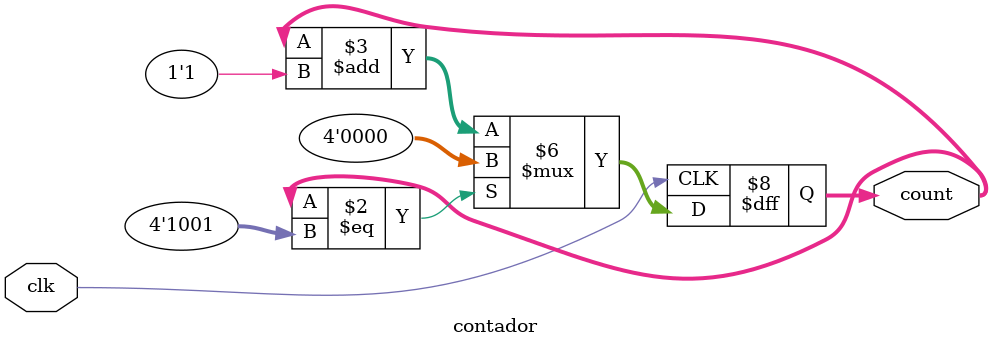
<source format=v>


module posoco2000(
    input clk,
    output reg [9:0] sel,
    output reg [7:0] segm
    );
wire [3:0] cont;
contador dut(
.clk(clk),
.count(cont)
);

always@(posedge clk)
begin
    if(cont==4'b0000)
    begin
    //p
        sel=10'b0000000001;
        segm=8'b11001110;
    end

    if(cont==4'b0001)
    begin
    //o    
        sel=10'b0000000010;
        segm=8'b11111100;
    end

    if(cont==4'b0010)
    begin
    //s    
        sel=10'b0000000100;
        segm=8'b10110110;
    end

    if(cont==4'b0011)
    begin
    //o    
        sel=10'b0000001000;
        segm=8'b11111100;
    end

    if(cont==4'b0100)
    begin
    //c    
        sel=10'b0000010000;
        segm=8'b10011100;
    end

    if(cont==4'b0101)
    begin
    //o    
        sel=10'b0000100000;
        segm=8'b11111100;
    end

    if(cont==4'b0110)
    begin
    //2    
        sel=10'b0001000000;
        segm=8'b11011010;
    end 

    if(cont==4'b0111)
    begin
    //0    
        sel=10'b0010000000;
        segm=8'b11111100;
    end 

    if(cont==4'b1000)
    begin
    //0    
        sel=10'b0100000000;
        segm=8'b11111100;
    end

    if(cont==4'b1001)
    begin
    //0    
        sel=10'b1000000000;
        segm=8'b11111100;
    end
end
endmodule

module contador(count,clk);
    output [3:0] count;
    input  clk;
    
    reg [3:0] count=0;
    always @(posedge clk)
        if(count==4'd9)
            count<=4'b0;
        else
        count <= count + 1'b1;
endmodule

</source>
